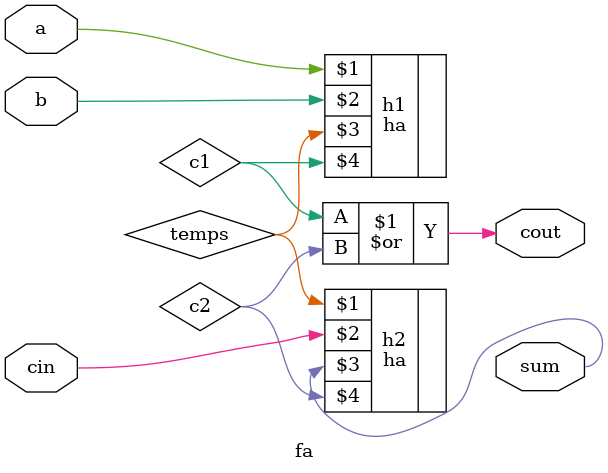
<source format=v>
`timescale 1ns / 1ps
module fa(a, b, cin, sum, cout);
    input a;
    input b;
    input cin;
    output sum;
    output cout;
    
	 /*wire t1, t2 ,t3;
	 
	 xor x1(sum, a, b, cin);
	 or  o1(cout, t1, t2, t3);
	 and a1(t1, a, b);
	 and a2(t2, b, cin);
	 and a3(t3, a, cin);*/
	 
	 wire c1, c2 ,temps;
	 
	 ha h1(a, b, temps, c1);
	 ha h2(temps, cin, sum, c2);
	 or o1(cout, c1, c2);

endmodule

</source>
